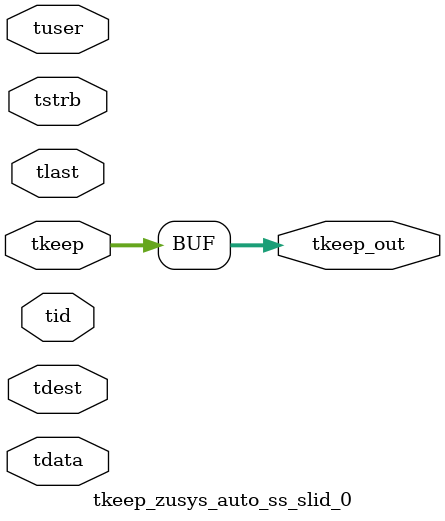
<source format=v>


`timescale 1ps/1ps

module tkeep_zusys_auto_ss_slid_0 #
(
parameter C_S_AXIS_TDATA_WIDTH = 32,
parameter C_S_AXIS_TUSER_WIDTH = 0,
parameter C_S_AXIS_TID_WIDTH   = 0,
parameter C_S_AXIS_TDEST_WIDTH = 0,
parameter C_M_AXIS_TDATA_WIDTH = 32
)
(
input  [(C_S_AXIS_TDATA_WIDTH == 0 ? 1 : C_S_AXIS_TDATA_WIDTH)-1:0     ] tdata,
input  [(C_S_AXIS_TUSER_WIDTH == 0 ? 1 : C_S_AXIS_TUSER_WIDTH)-1:0     ] tuser,
input  [(C_S_AXIS_TID_WIDTH   == 0 ? 1 : C_S_AXIS_TID_WIDTH)-1:0       ] tid,
input  [(C_S_AXIS_TDEST_WIDTH == 0 ? 1 : C_S_AXIS_TDEST_WIDTH)-1:0     ] tdest,
input  [(C_S_AXIS_TDATA_WIDTH/8)-1:0 ] tkeep,
input  [(C_S_AXIS_TDATA_WIDTH/8)-1:0 ] tstrb,
input                                                                    tlast,
output [(C_M_AXIS_TDATA_WIDTH/8)-1:0 ] tkeep_out
);

assign tkeep_out = {tkeep[3:0]};

endmodule


</source>
